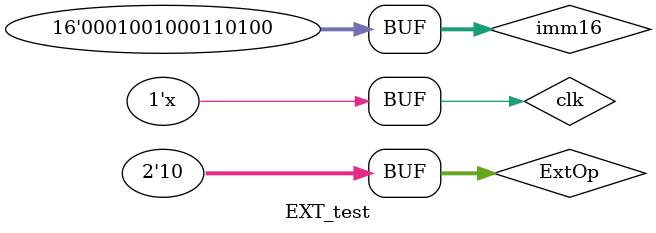
<source format=v>
module EXT_test;
  reg clk;
  
  reg [1:0]ExtOp;
  reg [15:0]imm16;
  wire [31:0]imm32;
  
  
  EXT i1(clk,imm16,imm32,ExtOp);
  
  initial
  begin
    clk=1;
    imm16=16'hFBCD;
    
    #50 ExtOp=2'b00;
    #50 ExtOp=2'b001;
    #50 ExtOp=2'b10;
    
     
    
    #50 ExtOp=2'b00;imm16=16'h1234;
    #50 ExtOp=2'b01;
    #50 ExtOp=2'b10;
  end  
  
  always
    #25 clk=~clk;
    
 endmodule   



</source>
